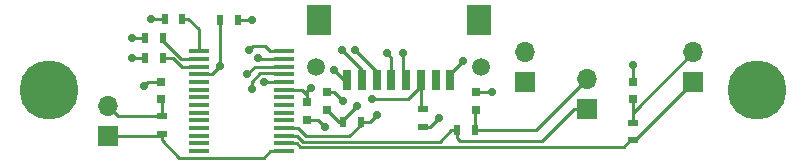
<source format=gtl>
G04 #@! TF.FileFunction,Copper,L1,Top,Signal*
%FSLAX46Y46*%
G04 Gerber Fmt 4.6, Leading zero omitted, Abs format (unit mm)*
G04 Created by KiCad (PCBNEW 4.0.6) date Monday, August 21, 2017 'PMt' 07:07:08 PM*
%MOMM*%
%LPD*%
G01*
G04 APERTURE LIST*
%ADD10C,0.100000*%
%ADD11R,0.750000X0.800000*%
%ADD12R,0.797560X0.797560*%
%ADD13R,1.700000X1.700000*%
%ADD14O,1.700000X1.700000*%
%ADD15R,0.900000X0.500000*%
%ADD16R,0.500000X0.900000*%
%ADD17R,1.750000X0.450000*%
%ADD18C,1.500000*%
%ADD19R,2.000000X2.600000*%
%ADD20R,0.700000X1.800000*%
%ADD21C,5.000000*%
%ADD22C,0.700000*%
%ADD23C,0.250000*%
G04 APERTURE END LIST*
D10*
D11*
X126873000Y-60007500D03*
X126873000Y-58507500D03*
D12*
X114500000Y-58249300D03*
X114500000Y-56750700D03*
X154499000Y-58249300D03*
X154499000Y-56750700D03*
X141166000Y-59169300D03*
X141166000Y-57670700D03*
X128524000Y-59169300D03*
X128524000Y-57670700D03*
D13*
X109982000Y-61341000D03*
D14*
X109982000Y-58801000D03*
D15*
X114554000Y-61202000D03*
X114554000Y-59702000D03*
X154432000Y-61722000D03*
X154432000Y-60222000D03*
D16*
X139585000Y-60833000D03*
X141085000Y-60833000D03*
X131433000Y-60198000D03*
X129933000Y-60198000D03*
X121019000Y-51562000D03*
X119519000Y-51562000D03*
D15*
X136652000Y-60567000D03*
X136652000Y-59067000D03*
D16*
X114820000Y-51435000D03*
X116320000Y-51435000D03*
X113169000Y-54737000D03*
X114669000Y-54737000D03*
X113169000Y-53086000D03*
X114669000Y-53086000D03*
D17*
X124885000Y-62645000D03*
X124885000Y-61995000D03*
X124885000Y-61345000D03*
X124885000Y-60695000D03*
X124885000Y-60045000D03*
X124885000Y-59395000D03*
X124885000Y-58745000D03*
X124885000Y-58095000D03*
X124885000Y-57445000D03*
X124885000Y-56795000D03*
X124885000Y-56145000D03*
X124885000Y-55495000D03*
X124885000Y-54845000D03*
X124885000Y-54195000D03*
X117685000Y-54195000D03*
X117685000Y-54845000D03*
X117685000Y-55495000D03*
X117685000Y-56145000D03*
X117685000Y-56795000D03*
X117685000Y-57445000D03*
X117685000Y-58095000D03*
X117685000Y-58745000D03*
X117685000Y-59395000D03*
X117685000Y-60045000D03*
X117685000Y-60695000D03*
X117685000Y-61345000D03*
X117685000Y-61995000D03*
X117685000Y-62645000D03*
D13*
X150558500Y-59055000D03*
D14*
X150558500Y-56515000D03*
D13*
X145351500Y-56769000D03*
D14*
X145351500Y-54229000D03*
D13*
X159575500Y-56832500D03*
D14*
X159575500Y-54292500D03*
D18*
X141605000Y-55499000D03*
X127655000Y-55499000D03*
D19*
X127855000Y-51499000D03*
X141405000Y-51499000D03*
D20*
X130255000Y-56599000D03*
X131505000Y-56599000D03*
X132755000Y-56599000D03*
X134005000Y-56599000D03*
X135255000Y-56599000D03*
X136505000Y-56599000D03*
X137755000Y-56599000D03*
X139005000Y-56599000D03*
D21*
X105000000Y-57500000D03*
X165000000Y-57500000D03*
D22*
X113030000Y-57150000D03*
X128397000Y-60579000D03*
X140081000Y-54991000D03*
X123190000Y-56769000D03*
X154432000Y-55372000D03*
X142494000Y-57658000D03*
X112014000Y-54737000D03*
X112014000Y-53086000D03*
X129921000Y-58420000D03*
X127190500Y-57277000D03*
X129159000Y-55753000D03*
X122174000Y-51562000D03*
X138049000Y-59817000D03*
X113665000Y-51435000D03*
X131127500Y-58801000D03*
X129794000Y-54102000D03*
X122682000Y-54737000D03*
X121920000Y-54102000D03*
X130937000Y-54102000D03*
X121793000Y-56134000D03*
X133604000Y-54356000D03*
X119519000Y-55436000D03*
X135001000Y-54356000D03*
X132397500Y-58229500D03*
X122174000Y-57404000D03*
X132785869Y-59576425D03*
D23*
X114500000Y-56750700D02*
X113429300Y-56750700D01*
X113429300Y-56750700D02*
X113030000Y-57150000D01*
X126873000Y-60007500D02*
X127825500Y-60007500D01*
X127825500Y-60007500D02*
X128397000Y-60579000D01*
X138995000Y-56345000D02*
X138995000Y-56077000D01*
X138995000Y-56077000D02*
X140081000Y-54991000D01*
X124885000Y-56795000D02*
X123216000Y-56795000D01*
X123216000Y-56795000D02*
X123190000Y-56769000D01*
X154499000Y-56750700D02*
X154499000Y-55439000D01*
X154499000Y-55439000D02*
X154432000Y-55372000D01*
X141166000Y-57670700D02*
X142481300Y-57670700D01*
X142481300Y-57670700D02*
X142494000Y-57658000D01*
X113169000Y-54737000D02*
X112014000Y-54737000D01*
X113169000Y-53086000D02*
X112014000Y-53086000D01*
X128524000Y-57670700D02*
X129171700Y-57670700D01*
X129171700Y-57670700D02*
X129921000Y-58420000D01*
X126873000Y-57507500D02*
X126960000Y-57507500D01*
X126960000Y-57507500D02*
X127190500Y-57277000D01*
X126873000Y-57857500D02*
X126873000Y-57507500D01*
X124885000Y-57445000D02*
X126460500Y-57445000D01*
X126460500Y-57445000D02*
X126873000Y-57857500D01*
X126873000Y-57857500D02*
X126873000Y-58507500D01*
X130255000Y-56599000D02*
X130005000Y-56599000D01*
X130005000Y-56599000D02*
X129159000Y-55753000D01*
X121019000Y-51562000D02*
X122174000Y-51562000D01*
X136652000Y-60567000D02*
X137299000Y-60567000D01*
X137299000Y-60567000D02*
X138049000Y-59817000D01*
X114820000Y-51435000D02*
X113665000Y-51435000D01*
X130245000Y-56345000D02*
X130245000Y-55950000D01*
X109982000Y-58801000D02*
X110883000Y-59702000D01*
X110883000Y-59702000D02*
X114554000Y-59702000D01*
X114554000Y-59702000D02*
X114554000Y-58303300D01*
X114554000Y-58303300D02*
X114500000Y-58249300D01*
X154432000Y-60222000D02*
X154432000Y-59436000D01*
X154432000Y-59436000D02*
X159575500Y-54292500D01*
X154432000Y-60071000D02*
X154432000Y-58316300D01*
X154432000Y-58316300D02*
X154499000Y-58249300D01*
X141085000Y-60833000D02*
X146240500Y-60833000D01*
X146240500Y-60833000D02*
X150558500Y-56515000D01*
X141085000Y-60833000D02*
X141085000Y-59250300D01*
X141085000Y-59250300D02*
X141166000Y-59169300D01*
X129933000Y-60198000D02*
X129933000Y-59995500D01*
X129933000Y-59995500D02*
X131127500Y-58801000D01*
X129933000Y-60198000D02*
X129552700Y-60198000D01*
X129552700Y-60198000D02*
X128524000Y-59169300D01*
X109982000Y-61341000D02*
X114415000Y-61341000D01*
X114415000Y-61341000D02*
X114554000Y-61202000D01*
X114554000Y-61202000D02*
X114554000Y-61702000D01*
X123760000Y-62645000D02*
X124885000Y-62645000D01*
X114554000Y-61702000D02*
X116047001Y-63195001D01*
X116047001Y-63195001D02*
X123209999Y-63195001D01*
X123209999Y-63195001D02*
X123760000Y-62645000D01*
X129794000Y-54102000D02*
X131505000Y-55813000D01*
X131505000Y-55813000D02*
X131505000Y-56599000D01*
X129802000Y-54102000D02*
X129794000Y-54102000D01*
X122682000Y-54737000D02*
X122790000Y-54845000D01*
X122790000Y-54845000D02*
X124885000Y-54845000D01*
X130937000Y-54102000D02*
X132755000Y-55920000D01*
X132755000Y-55920000D02*
X132755000Y-56599000D01*
X121920000Y-54102000D02*
X122269999Y-53752001D01*
X122269999Y-53752001D02*
X123317001Y-53752001D01*
X123317001Y-53752001D02*
X123760000Y-54195000D01*
X123760000Y-54195000D02*
X124885000Y-54195000D01*
X124792000Y-54102000D02*
X124885000Y-54195000D01*
X131052000Y-54102000D02*
X130937000Y-54102000D01*
X133604000Y-54356000D02*
X134005000Y-54757000D01*
X134005000Y-54757000D02*
X134005000Y-56599000D01*
X124885000Y-55495000D02*
X122432000Y-55495000D01*
X122432000Y-55495000D02*
X121793000Y-56134000D01*
X124793001Y-55403001D02*
X124885000Y-55495000D01*
X135001000Y-54356000D02*
X135001000Y-56345000D01*
X135001000Y-56345000D02*
X135255000Y-56599000D01*
X119519000Y-51562000D02*
X119519000Y-55436000D01*
X119519000Y-55436000D02*
X118810000Y-56145000D01*
X118810000Y-56145000D02*
X117685000Y-56145000D01*
X136505000Y-56599000D02*
X136505000Y-57149000D01*
X136505000Y-57149000D02*
X135424500Y-58229500D01*
X135424500Y-58229500D02*
X132397500Y-58229500D01*
X122174000Y-57404000D02*
X122174000Y-56785998D01*
X122174000Y-56785998D02*
X122914997Y-56045001D01*
X122914997Y-56045001D02*
X124785001Y-56045001D01*
X124785001Y-56045001D02*
X124885000Y-56145000D01*
X136495000Y-56345000D02*
X136495000Y-57307000D01*
X136495000Y-56345000D02*
X136495000Y-58910000D01*
X136495000Y-58910000D02*
X136652000Y-59067000D01*
X154432000Y-61722000D02*
X154632000Y-61722000D01*
X154632000Y-61722000D02*
X159521500Y-56832500D01*
X159521500Y-56832500D02*
X159575500Y-56832500D01*
X124885000Y-61995000D02*
X126023590Y-61995000D01*
X126023590Y-61995000D02*
X126309611Y-62281021D01*
X126309611Y-62281021D02*
X153672979Y-62281021D01*
X153672979Y-62281021D02*
X154232000Y-61722000D01*
X154232000Y-61722000D02*
X154432000Y-61722000D01*
X139837500Y-61785500D02*
X146728000Y-61785500D01*
X146728000Y-61785500D02*
X149458500Y-59055000D01*
X149458500Y-59055000D02*
X150558500Y-59055000D01*
X139585000Y-60833000D02*
X139585000Y-61533000D01*
X139585000Y-61533000D02*
X139837500Y-61785500D01*
X124885000Y-61345000D02*
X126010000Y-61345000D01*
X126010000Y-61345000D02*
X126496011Y-61831011D01*
X139085000Y-60833000D02*
X139585000Y-60833000D01*
X126496011Y-61831011D02*
X138086989Y-61831011D01*
X138086989Y-61831011D02*
X139085000Y-60833000D01*
X131433000Y-60198000D02*
X132164294Y-60198000D01*
X132164294Y-60198000D02*
X132785869Y-59576425D01*
X127691999Y-61381001D02*
X127889000Y-61381001D01*
X127889000Y-61381001D02*
X130449999Y-61381001D01*
X126071704Y-60695000D02*
X126757705Y-61381001D01*
X126757705Y-61381001D02*
X127889000Y-61381001D01*
X124885000Y-60695000D02*
X126071704Y-60695000D01*
X130449999Y-61381001D02*
X131433000Y-60398000D01*
X131433000Y-60398000D02*
X131433000Y-60198000D01*
X117685000Y-54195000D02*
X117685000Y-52300000D01*
X117685000Y-52300000D02*
X116820000Y-51435000D01*
X116820000Y-51435000D02*
X116320000Y-51435000D01*
X114669000Y-54737000D02*
X115483590Y-54737000D01*
X115483590Y-54737000D02*
X116241590Y-55495000D01*
X116241590Y-55495000D02*
X117685000Y-55495000D01*
X117685000Y-54845000D02*
X116228000Y-54845000D01*
X116228000Y-54845000D02*
X114669000Y-53286000D01*
X114669000Y-53286000D02*
X114669000Y-53086000D01*
M02*

</source>
